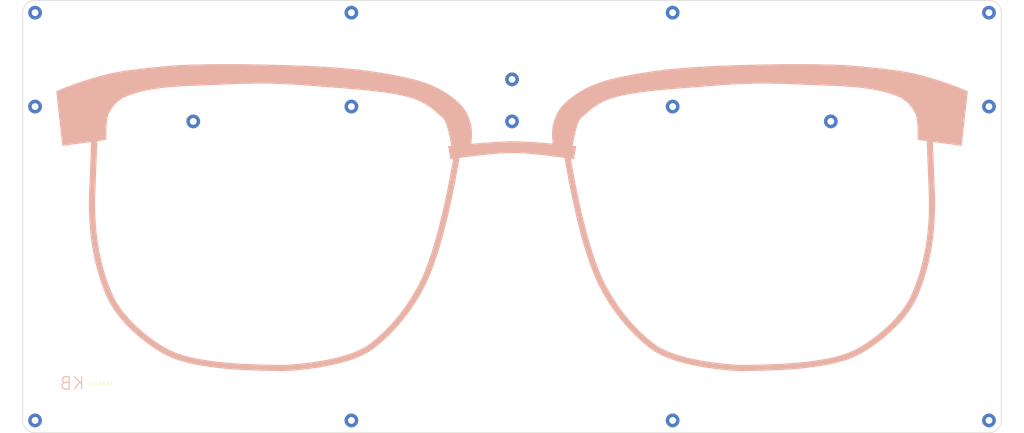
<source format=kicad_pcb>
(kicad_pcb (version 20171130) (host pcbnew "(5.1.7)-1")

  (general
    (thickness 1.6)
    (drawings 348)
    (tracks 0)
    (zones 0)
    (modules 16)
    (nets 1)
  )

  (page A4)
  (layers
    (0 F.Cu signal)
    (31 B.Cu signal)
    (32 B.Adhes user)
    (33 F.Adhes user)
    (34 B.Paste user)
    (35 F.Paste user)
    (36 B.SilkS user)
    (37 F.SilkS user)
    (38 B.Mask user)
    (39 F.Mask user)
    (40 Dwgs.User user)
    (41 Cmts.User user)
    (42 Eco1.User user)
    (43 Eco2.User user)
    (44 Edge.Cuts user)
    (45 Margin user)
    (46 B.CrtYd user)
    (47 F.CrtYd user)
    (48 B.Fab user)
    (49 F.Fab user)
  )

  (setup
    (last_trace_width 0.25)
    (user_trace_width 0.381)
    (trace_clearance 0.2)
    (zone_clearance 0.508)
    (zone_45_only no)
    (trace_min 0.2)
    (via_size 0.8)
    (via_drill 0.4)
    (via_min_size 0.4)
    (via_min_drill 0.3)
    (uvia_size 0.3)
    (uvia_drill 0.1)
    (uvias_allowed no)
    (uvia_min_size 0.2)
    (uvia_min_drill 0.1)
    (edge_width 0.05)
    (segment_width 0.2)
    (pcb_text_width 0.3)
    (pcb_text_size 1.5 1.5)
    (mod_edge_width 0.12)
    (mod_text_size 1 1)
    (mod_text_width 0.15)
    (pad_size 1.524 1.524)
    (pad_drill 0.762)
    (pad_to_mask_clearance 0)
    (aux_axis_origin 0 0)
    (visible_elements 7FFFEFFF)
    (pcbplotparams
      (layerselection 0x010f0_ffffffff)
      (usegerberextensions false)
      (usegerberattributes true)
      (usegerberadvancedattributes true)
      (creategerberjobfile true)
      (excludeedgelayer true)
      (linewidth 0.100000)
      (plotframeref false)
      (viasonmask false)
      (mode 1)
      (useauxorigin false)
      (hpglpennumber 1)
      (hpglpenspeed 20)
      (hpglpendiameter 15.000000)
      (psnegative false)
      (psa4output false)
      (plotreference true)
      (plotvalue true)
      (plotinvisibletext false)
      (padsonsilk false)
      (subtractmaskfromsilk false)
      (outputformat 1)
      (mirror false)
      (drillshape 0)
      (scaleselection 1)
      (outputdirectory "gerber"))
  )

  (net 0 "")

  (net_class Default "This is the default net class."
    (clearance 0.2)
    (trace_width 0.25)
    (via_dia 0.8)
    (via_drill 0.4)
    (uvia_dia 0.3)
    (uvia_drill 0.1)
  )

  (net_class Robust ""
    (clearance 0.25)
    (trace_width 0.25)
    (via_dia 0.8)
    (via_drill 0.4)
    (uvia_dia 0.3)
    (uvia_drill 0.1)
  )

  (module MountingHole:MountingHole_2.2mm_M2_Pad (layer F.Cu) (tedit 56D1B4CB) (tstamp 6030774C)
    (at 69.05625 -111.91875)
    (descr "Mounting Hole 2.2mm, M2")
    (tags "mounting hole 2.2mm m2")
    (attr virtual)
    (fp_text reference REF** (at 0 -3.2) (layer Dwgs.User)
      (effects (font (size 1 1) (thickness 0.15)))
    )
    (fp_text value MountingHole_2.2mm_M2_Pad (at 0 3.2) (layer F.Fab)
      (effects (font (size 1 1) (thickness 0.15)))
    )
    (fp_circle (center 0 0) (end 2.2 0) (layer Cmts.User) (width 0.15))
    (fp_circle (center 0 0) (end 2.45 0) (layer F.CrtYd) (width 0.05))
    (fp_text user %R (at 0.3 0) (layer F.Fab)
      (effects (font (size 1 1) (thickness 0.15)))
    )
    (pad 1 thru_hole circle (at 0 0) (size 4.4 4.4) (drill 2.2) (layers *.Cu *.Mask))
  )

  (module MountingHole:MountingHole_2.2mm_M2_Pad (layer F.Cu) (tedit 56D1B4CB) (tstamp 60307728)
    (at 171.45 -125.4125)
    (descr "Mounting Hole 2.2mm, M2")
    (tags "mounting hole 2.2mm m2")
    (attr virtual)
    (fp_text reference REF** (at 0 -3.2) (layer Dwgs.User)
      (effects (font (size 1 1) (thickness 0.15)))
    )
    (fp_text value MountingHole_2.2mm_M2_Pad (at 0 3.2) (layer F.Fab)
      (effects (font (size 1 1) (thickness 0.15)))
    )
    (fp_circle (center 0 0) (end 2.2 0) (layer Cmts.User) (width 0.15))
    (fp_circle (center 0 0) (end 2.45 0) (layer F.CrtYd) (width 0.05))
    (fp_text user %R (at 0.3 0) (layer F.Fab)
      (effects (font (size 1 1) (thickness 0.15)))
    )
    (pad 1 thru_hole circle (at 0 0) (size 4.4 4.4) (drill 2.2) (layers *.Cu *.Mask))
  )

  (module MountingHole:MountingHole_2.2mm_M2_Pad (layer F.Cu) (tedit 56D1B4CB) (tstamp 60307704)
    (at 171.45 -111.91875)
    (descr "Mounting Hole 2.2mm, M2")
    (tags "mounting hole 2.2mm m2")
    (attr virtual)
    (fp_text reference REF** (at 0 -3.2) (layer Dwgs.User)
      (effects (font (size 1 1) (thickness 0.15)))
    )
    (fp_text value MountingHole_2.2mm_M2_Pad (at 0 3.2) (layer F.Fab)
      (effects (font (size 1 1) (thickness 0.15)))
    )
    (fp_circle (center 0 0) (end 2.2 0) (layer Cmts.User) (width 0.15))
    (fp_circle (center 0 0) (end 2.45 0) (layer F.CrtYd) (width 0.05))
    (fp_text user %R (at 0.3 0) (layer F.Fab)
      (effects (font (size 1 1) (thickness 0.15)))
    )
    (pad 1 thru_hole circle (at 0 0) (size 4.4 4.4) (drill 2.2) (layers *.Cu *.Mask))
  )

  (module MountingHole:MountingHole_2.2mm_M2_Pad (layer F.Cu) (tedit 56D1B4CB) (tstamp 603076E0)
    (at 273.84375 -111.91875)
    (descr "Mounting Hole 2.2mm, M2")
    (tags "mounting hole 2.2mm m2")
    (attr virtual)
    (fp_text reference REF** (at 0 -3.2) (layer Dwgs.User)
      (effects (font (size 1 1) (thickness 0.15)))
    )
    (fp_text value MountingHole_2.2mm_M2_Pad (at 0 3.2) (layer F.Fab)
      (effects (font (size 1 1) (thickness 0.15)))
    )
    (fp_circle (center 0 0) (end 2.2 0) (layer Cmts.User) (width 0.15))
    (fp_circle (center 0 0) (end 2.45 0) (layer F.CrtYd) (width 0.05))
    (fp_text user %R (at 0.3 0) (layer F.Fab)
      (effects (font (size 1 1) (thickness 0.15)))
    )
    (pad 1 thru_hole circle (at 0 0) (size 4.4 4.4) (drill 2.2) (layers *.Cu *.Mask))
  )

  (module MountingHole:MountingHole_2.2mm_M2_Pad (layer F.Cu) (tedit 56D1B4CB) (tstamp 60307655)
    (at 223.04375 -146.84375)
    (descr "Mounting Hole 2.2mm, M2")
    (tags "mounting hole 2.2mm m2")
    (attr virtual)
    (fp_text reference REF** (at 0 -3.2) (layer Dwgs.User)
      (effects (font (size 1 1) (thickness 0.15)))
    )
    (fp_text value MountingHole_2.2mm_M2_Pad (at 0 3.2) (layer F.Fab)
      (effects (font (size 1 1) (thickness 0.15)))
    )
    (fp_circle (center 0 0) (end 2.2 0) (layer Cmts.User) (width 0.15))
    (fp_circle (center 0 0) (end 2.45 0) (layer F.CrtYd) (width 0.05))
    (fp_text user %R (at 0.3 0) (layer F.Fab)
      (effects (font (size 1 1) (thickness 0.15)))
    )
    (pad 1 thru_hole circle (at 0 0) (size 4.4 4.4) (drill 2.2) (layers *.Cu *.Mask))
  )

  (module MountingHole:MountingHole_2.2mm_M2_Pad (layer F.Cu) (tedit 56D1B4CB) (tstamp 60307631)
    (at 223.04375 -116.68125)
    (descr "Mounting Hole 2.2mm, M2")
    (tags "mounting hole 2.2mm m2")
    (attr virtual)
    (fp_text reference REF** (at 0 -3.2) (layer Dwgs.User)
      (effects (font (size 1 1) (thickness 0.15)))
    )
    (fp_text value MountingHole_2.2mm_M2_Pad (at 0 3.2) (layer F.Fab)
      (effects (font (size 1 1) (thickness 0.15)))
    )
    (fp_circle (center 0 0) (end 2.2 0) (layer Cmts.User) (width 0.15))
    (fp_circle (center 0 0) (end 2.45 0) (layer F.CrtYd) (width 0.05))
    (fp_text user %R (at 0.3 0) (layer F.Fab)
      (effects (font (size 1 1) (thickness 0.15)))
    )
    (pad 1 thru_hole circle (at 0 0) (size 4.4 4.4) (drill 2.2) (layers *.Cu *.Mask))
  )

  (module MountingHole:MountingHole_2.2mm_M2_Pad (layer F.Cu) (tedit 56D1B4CB) (tstamp 6030760D)
    (at 119.85625 -116.68125)
    (descr "Mounting Hole 2.2mm, M2")
    (tags "mounting hole 2.2mm m2")
    (attr virtual)
    (fp_text reference REF** (at 0 -3.2) (layer Dwgs.User)
      (effects (font (size 1 1) (thickness 0.15)))
    )
    (fp_text value MountingHole_2.2mm_M2_Pad (at 0 3.2) (layer F.Fab)
      (effects (font (size 1 1) (thickness 0.15)))
    )
    (fp_circle (center 0 0) (end 2.2 0) (layer Cmts.User) (width 0.15))
    (fp_circle (center 0 0) (end 2.45 0) (layer F.CrtYd) (width 0.05))
    (fp_text user %R (at 0.3 0) (layer F.Fab)
      (effects (font (size 1 1) (thickness 0.15)))
    )
    (pad 1 thru_hole circle (at 0 0) (size 4.4 4.4) (drill 2.2) (layers *.Cu *.Mask))
  )

  (module MountingHole:MountingHole_2.2mm_M2_Pad (layer F.Cu) (tedit 56D1B4CB) (tstamp 603075E9)
    (at 119.85625 -146.84375)
    (descr "Mounting Hole 2.2mm, M2")
    (tags "mounting hole 2.2mm m2")
    (attr virtual)
    (fp_text reference REF** (at 0 -3.2) (layer Dwgs.User)
      (effects (font (size 1 1) (thickness 0.15)))
    )
    (fp_text value MountingHole_2.2mm_M2_Pad (at 0 3.2) (layer F.Fab)
      (effects (font (size 1 1) (thickness 0.15)))
    )
    (fp_circle (center 0 0) (end 2.2 0) (layer Cmts.User) (width 0.15))
    (fp_circle (center 0 0) (end 2.45 0) (layer F.CrtYd) (width 0.05))
    (fp_text user %R (at 0.3 0) (layer F.Fab)
      (effects (font (size 1 1) (thickness 0.15)))
    )
    (pad 1 thru_hole circle (at 0 0) (size 4.4 4.4) (drill 2.2) (layers *.Cu *.Mask))
  )

  (module MountingHole:MountingHole_2.2mm_M2_Pad (layer F.Cu) (tedit 56D1B4CB) (tstamp 603075C5)
    (at 18.25625 -146.84375)
    (descr "Mounting Hole 2.2mm, M2")
    (tags "mounting hole 2.2mm m2")
    (attr virtual)
    (fp_text reference REF** (at 0 -3.2) (layer Dwgs.User)
      (effects (font (size 1 1) (thickness 0.15)))
    )
    (fp_text value MountingHole_2.2mm_M2_Pad (at 0 3.2) (layer F.Fab)
      (effects (font (size 1 1) (thickness 0.15)))
    )
    (fp_circle (center 0 0) (end 2.2 0) (layer Cmts.User) (width 0.15))
    (fp_circle (center 0 0) (end 2.45 0) (layer F.CrtYd) (width 0.05))
    (fp_text user %R (at 0.3 0) (layer F.Fab)
      (effects (font (size 1 1) (thickness 0.15)))
    )
    (pad 1 thru_hole circle (at 0 0) (size 4.4 4.4) (drill 2.2) (layers *.Cu *.Mask))
  )

  (module MountingHole:MountingHole_2.2mm_M2_Pad (layer F.Cu) (tedit 56D1B4CB) (tstamp 603075A1)
    (at 18.25625 -116.68125)
    (descr "Mounting Hole 2.2mm, M2")
    (tags "mounting hole 2.2mm m2")
    (attr virtual)
    (fp_text reference REF** (at 0 -3.2) (layer Dwgs.User)
      (effects (font (size 1 1) (thickness 0.15)))
    )
    (fp_text value MountingHole_2.2mm_M2_Pad (at 0 3.2) (layer F.Fab)
      (effects (font (size 1 1) (thickness 0.15)))
    )
    (fp_circle (center 0 0) (end 2.2 0) (layer Cmts.User) (width 0.15))
    (fp_circle (center 0 0) (end 2.45 0) (layer F.CrtYd) (width 0.05))
    (fp_text user %R (at 0.3 0) (layer F.Fab)
      (effects (font (size 1 1) (thickness 0.15)))
    )
    (pad 1 thru_hole circle (at 0 0) (size 4.4 4.4) (drill 2.2) (layers *.Cu *.Mask))
  )

  (module MountingHole:MountingHole_2.2mm_M2_Pad (layer F.Cu) (tedit 56D1B4CB) (tstamp 6030757C)
    (at 18.25625 -15.875)
    (descr "Mounting Hole 2.2mm, M2")
    (tags "mounting hole 2.2mm m2")
    (attr virtual)
    (fp_text reference REF** (at 0 -3.2) (layer Dwgs.User)
      (effects (font (size 1 1) (thickness 0.15)))
    )
    (fp_text value MountingHole_2.2mm_M2_Pad (at 0 3.2) (layer F.Fab)
      (effects (font (size 1 1) (thickness 0.15)))
    )
    (fp_circle (center 0 0) (end 2.2 0) (layer Cmts.User) (width 0.15))
    (fp_circle (center 0 0) (end 2.45 0) (layer F.CrtYd) (width 0.05))
    (fp_text user %R (at 0.3 0) (layer F.Fab)
      (effects (font (size 1 1) (thickness 0.15)))
    )
    (pad 1 thru_hole circle (at 0 0) (size 4.4 4.4) (drill 2.2) (layers *.Cu *.Mask))
  )

  (module MountingHole:MountingHole_2.2mm_M2_Pad (layer F.Cu) (tedit 56D1B4CB) (tstamp 6030753C)
    (at 119.85625 -15.875)
    (descr "Mounting Hole 2.2mm, M2")
    (tags "mounting hole 2.2mm m2")
    (attr virtual)
    (fp_text reference REF** (at 0 -3.2) (layer Dwgs.User)
      (effects (font (size 1 1) (thickness 0.15)))
    )
    (fp_text value MountingHole_2.2mm_M2_Pad (at 0 3.2) (layer F.Fab)
      (effects (font (size 1 1) (thickness 0.15)))
    )
    (fp_circle (center 0 0) (end 2.2 0) (layer Cmts.User) (width 0.15))
    (fp_circle (center 0 0) (end 2.45 0) (layer F.CrtYd) (width 0.05))
    (fp_text user %R (at 0.3 0) (layer F.Fab)
      (effects (font (size 1 1) (thickness 0.15)))
    )
    (pad 1 thru_hole circle (at 0 0) (size 4.4 4.4) (drill 2.2) (layers *.Cu *.Mask))
  )

  (module MountingHole:MountingHole_2.2mm_M2_Pad (layer F.Cu) (tedit 56D1B4CB) (tstamp 60307518)
    (at 223.04375 -15.875)
    (descr "Mounting Hole 2.2mm, M2")
    (tags "mounting hole 2.2mm m2")
    (attr virtual)
    (fp_text reference REF** (at 0 -3.2) (layer Dwgs.User)
      (effects (font (size 1 1) (thickness 0.15)))
    )
    (fp_text value MountingHole_2.2mm_M2_Pad (at 0 3.2) (layer F.Fab)
      (effects (font (size 1 1) (thickness 0.15)))
    )
    (fp_circle (center 0 0) (end 2.2 0) (layer Cmts.User) (width 0.15))
    (fp_circle (center 0 0) (end 2.45 0) (layer F.CrtYd) (width 0.05))
    (fp_text user %R (at 0.3 0) (layer F.Fab)
      (effects (font (size 1 1) (thickness 0.15)))
    )
    (pad 1 thru_hole circle (at 0 0) (size 4.4 4.4) (drill 2.2) (layers *.Cu *.Mask))
  )

  (module MountingHole:MountingHole_2.2mm_M2_Pad (layer F.Cu) (tedit 56D1B4CB) (tstamp 603074F3)
    (at 324.64375 -15.875)
    (descr "Mounting Hole 2.2mm, M2")
    (tags "mounting hole 2.2mm m2")
    (attr virtual)
    (fp_text reference REF** (at 0 -3.2) (layer Dwgs.User)
      (effects (font (size 1 1) (thickness 0.15)))
    )
    (fp_text value MountingHole_2.2mm_M2_Pad (at 0 3.2) (layer F.Fab)
      (effects (font (size 1 1) (thickness 0.15)))
    )
    (fp_circle (center 0 0) (end 2.2 0) (layer Cmts.User) (width 0.15))
    (fp_circle (center 0 0) (end 2.45 0) (layer F.CrtYd) (width 0.05))
    (fp_text user %R (at 0.3 0) (layer F.Fab)
      (effects (font (size 1 1) (thickness 0.15)))
    )
    (pad 1 thru_hole circle (at 0 0) (size 4.4 4.4) (drill 2.2) (layers *.Cu *.Mask))
  )

  (module MountingHole:MountingHole_2.2mm_M2_Pad (layer F.Cu) (tedit 56D1B4CB) (tstamp 603074AB)
    (at 324.64375 -116.68125)
    (descr "Mounting Hole 2.2mm, M2")
    (tags "mounting hole 2.2mm m2")
    (attr virtual)
    (fp_text reference REF** (at 0 -3.2) (layer Dwgs.User)
      (effects (font (size 1 1) (thickness 0.15)))
    )
    (fp_text value MountingHole_2.2mm_M2_Pad (at 0 3.2) (layer F.Fab)
      (effects (font (size 1 1) (thickness 0.15)))
    )
    (fp_circle (center 0 0) (end 2.2 0) (layer Cmts.User) (width 0.15))
    (fp_circle (center 0 0) (end 2.45 0) (layer F.CrtYd) (width 0.05))
    (fp_text user %R (at 0.3 0) (layer F.Fab)
      (effects (font (size 1 1) (thickness 0.15)))
    )
    (pad 1 thru_hole circle (at 0 0) (size 4.4 4.4) (drill 2.2) (layers *.Cu *.Mask))
  )

  (module MountingHole:MountingHole_2.2mm_M2_Pad (layer F.Cu) (tedit 56D1B4CB) (tstamp 6030746B)
    (at 324.64375 -146.84375)
    (descr "Mounting Hole 2.2mm, M2")
    (tags "mounting hole 2.2mm m2")
    (attr virtual)
    (fp_text reference REF** (at 0 -3.2) (layer Dwgs.User)
      (effects (font (size 1 1) (thickness 0.15)))
    )
    (fp_text value MountingHole_2.2mm_M2_Pad (at 0 3.2) (layer F.Fab)
      (effects (font (size 1 1) (thickness 0.15)))
    )
    (fp_circle (center 0 0) (end 2.2 0) (layer Cmts.User) (width 0.15))
    (fp_circle (center 0 0) (end 2.45 0) (layer F.CrtYd) (width 0.05))
    (fp_text user %R (at 0.3 0) (layer F.Fab)
      (effects (font (size 1 1) (thickness 0.15)))
    )
    (pad 1 thru_hole circle (at 0 0) (size 4.4 4.4) (drill 2.2) (layers *.Cu *.Mask))
  )

  (gr_text JLCJLCJLC (at 39.6875 -27.78125) (layer F.SilkS)
    (effects (font (size 1 1) (thickness 0.15)))
  )
  (gr_line (start 69.05625 -113.01875) (end 69.05625 -113.01875) (layer Cmts.User) (width 0.2))
  (gr_line (start 171.45 -126.5125) (end 171.45 -126.5125) (layer Cmts.User) (width 0.2))
  (gr_curve (pts (xy 69.834067 -112.696567) (xy 69.627777 -112.902857) (xy 69.347988 -113.01875) (xy 69.05625 -113.01875)) (layer Cmts.User) (width 0.2))
  (gr_curve (pts (xy 70.15625 -111.91875) (xy 70.15625 -112.210488) (xy 70.040357 -112.490277) (xy 69.834067 -112.696567)) (layer Cmts.User) (width 0.2))
  (gr_curve (pts (xy 69.05625 -110.81875) (xy 69.663763 -110.81875) (xy 70.15625 -111.311237) (xy 70.15625 -111.91875)) (layer Cmts.User) (width 0.2))
  (gr_curve (pts (xy 67.95625 -111.91875) (xy 67.95625 -111.311237) (xy 68.448737 -110.81875) (xy 69.05625 -110.81875)) (layer Cmts.User) (width 0.2))
  (gr_curve (pts (xy 69.05625 -113.01875) (xy 68.448737 -113.01875) (xy 67.95625 -112.526263) (xy 67.95625 -111.91875)) (layer Cmts.User) (width 0.2))
  (gr_line (start 171.450243 -113.01875) (end 171.450243 -113.01875) (layer Cmts.User) (width 0.2))
  (gr_curve (pts (xy 172.227817 -126.190317) (xy 172.021527 -126.396607) (xy 171.741738 -126.5125) (xy 171.45 -126.5125)) (layer Cmts.User) (width 0.2))
  (gr_curve (pts (xy 172.55 -125.4125) (xy 172.55 -125.704238) (xy 172.434107 -125.984027) (xy 172.227817 -126.190317)) (layer Cmts.User) (width 0.2))
  (gr_curve (pts (xy 171.870952 -124.396232) (xy 172.281994 -124.566491) (xy 172.55 -124.967591) (xy 172.55 -125.4125)) (layer Cmts.User) (width 0.2))
  (gr_curve (pts (xy 170.672183 -124.634682) (xy 170.98678 -124.320085) (xy 171.45991 -124.225973) (xy 171.870952 -124.396232)) (layer Cmts.User) (width 0.2))
  (gr_curve (pts (xy 170.433733 -125.833452) (xy 170.263473 -125.42241) (xy 170.357585 -124.94928) (xy 170.672183 -124.634682)) (layer Cmts.User) (width 0.2))
  (gr_curve (pts (xy 171.45 -126.5125) (xy 171.005092 -126.5125) (xy 170.603992 -126.244493) (xy 170.433733 -125.833452)) (layer Cmts.User) (width 0.2))
  (gr_line (start 273.84375 -113.01875) (end 273.84375 -113.01875) (layer Cmts.User) (width 0.2))
  (gr_curve (pts (xy 172.228061 -112.696567) (xy 172.021771 -112.902857) (xy 171.741982 -113.01875) (xy 171.450243 -113.01875)) (layer Cmts.User) (width 0.2))
  (gr_curve (pts (xy 172.550243 -111.91875) (xy 172.550243 -112.210488) (xy 172.434351 -112.490277) (xy 172.228061 -112.696567)) (layer Cmts.User) (width 0.2))
  (gr_curve (pts (xy 171.871195 -110.902482) (xy 172.282237 -111.072741) (xy 172.550243 -111.473841) (xy 172.550243 -111.91875)) (layer Cmts.User) (width 0.2))
  (gr_curve (pts (xy 170.672426 -111.140932) (xy 170.987024 -110.826335) (xy 171.460153 -110.732223) (xy 171.871195 -110.902482)) (layer Cmts.User) (width 0.2))
  (gr_curve (pts (xy 170.433976 -112.339702) (xy 170.263717 -111.92866) (xy 170.357828 -111.45553) (xy 170.672426 -111.140932)) (layer Cmts.User) (width 0.2))
  (gr_curve (pts (xy 171.450243 -113.01875) (xy 171.005335 -113.01875) (xy 170.604235 -112.750743) (xy 170.433976 -112.339702)) (layer Cmts.User) (width 0.2))
  (gr_line (start 223.04375 -117.781251) (end 223.04375 -117.781251) (layer Cmts.User) (width 0.2))
  (gr_curve (pts (xy 274.621567 -112.696567) (xy 274.415277 -112.902857) (xy 274.135488 -113.01875) (xy 273.84375 -113.01875)) (layer Cmts.User) (width 0.2))
  (gr_curve (pts (xy 274.94375 -111.91875) (xy 274.94375 -112.210488) (xy 274.827857 -112.490277) (xy 274.621567 -112.696567)) (layer Cmts.User) (width 0.2))
  (gr_curve (pts (xy 274.264702 -110.902482) (xy 274.675744 -111.072741) (xy 274.94375 -111.473841) (xy 274.94375 -111.91875)) (layer Cmts.User) (width 0.2))
  (gr_curve (pts (xy 273.065933 -111.140932) (xy 273.38053 -110.826335) (xy 273.85366 -110.732223) (xy 274.264702 -110.902482)) (layer Cmts.User) (width 0.2))
  (gr_curve (pts (xy 272.827483 -112.339702) (xy 272.657223 -111.92866) (xy 272.751335 -111.45553) (xy 273.065933 -111.140932)) (layer Cmts.User) (width 0.2))
  (gr_curve (pts (xy 273.84375 -113.01875) (xy 273.398842 -113.01875) (xy 272.997742 -112.750743) (xy 272.827483 -112.339702)) (layer Cmts.User) (width 0.2))
  (gr_line (start 119.856726 -117.781251) (end 119.856726 -117.781251) (layer Cmts.User) (width 0.2))
  (gr_curve (pts (xy 223.821567 -117.459068) (xy 223.615277 -117.665358) (xy 223.335488 -117.781251) (xy 223.04375 -117.781251)) (layer Cmts.User) (width 0.2))
  (gr_curve (pts (xy 224.14375 -116.681251) (xy 224.14375 -116.972989) (xy 224.027857 -117.252778) (xy 223.821567 -117.459068)) (layer Cmts.User) (width 0.2))
  (gr_curve (pts (xy 223.464702 -115.664983) (xy 223.875744 -115.835243) (xy 224.14375 -116.236342) (xy 224.14375 -116.681251)) (layer Cmts.User) (width 0.2))
  (gr_curve (pts (xy 222.265933 -115.903433) (xy 222.58053 -115.588836) (xy 223.05366 -115.494724) (xy 223.464702 -115.664983)) (layer Cmts.User) (width 0.2))
  (gr_curve (pts (xy 222.027483 -117.102203) (xy 221.857223 -116.691161) (xy 221.951335 -116.218031) (xy 222.265933 -115.903433)) (layer Cmts.User) (width 0.2))
  (gr_curve (pts (xy 223.04375 -117.781251) (xy 222.598842 -117.781251) (xy 222.197742 -117.513244) (xy 222.027483 -117.102203)) (layer Cmts.User) (width 0.2))
  (gr_line (start 18.25625 -147.94375) (end 18.25625 -147.94375) (layer Cmts.User) (width 0.2))
  (gr_curve (pts (xy 120.634544 -117.459068) (xy 120.428254 -117.665358) (xy 120.148464 -117.781251) (xy 119.856726 -117.781251)) (layer Cmts.User) (width 0.2))
  (gr_curve (pts (xy 120.956726 -116.681251) (xy 120.956726 -116.972989) (xy 120.840834 -117.252778) (xy 120.634544 -117.459068)) (layer Cmts.User) (width 0.2))
  (gr_curve (pts (xy 120.277678 -115.664983) (xy 120.68872 -115.835243) (xy 120.956726 -116.236342) (xy 120.956726 -116.681251)) (layer Cmts.User) (width 0.2))
  (gr_curve (pts (xy 119.078909 -115.903433) (xy 119.393507 -115.588836) (xy 119.866636 -115.494724) (xy 120.277678 -115.664983)) (layer Cmts.User) (width 0.2))
  (gr_curve (pts (xy 118.840459 -117.102203) (xy 118.6702 -116.691161) (xy 118.764311 -116.218031) (xy 119.078909 -115.903433)) (layer Cmts.User) (width 0.2))
  (gr_curve (pts (xy 119.856726 -117.781251) (xy 119.411818 -117.781251) (xy 119.010718 -117.513244) (xy 118.840459 -117.102203)) (layer Cmts.User) (width 0.2))
  (gr_line (start 324.64375 -147.94375) (end 324.64375 -147.94375) (layer Cmts.User) (width 0.2))
  (gr_curve (pts (xy 19.034067 -147.621568) (xy 18.827777 -147.827858) (xy 18.547988 -147.94375) (xy 18.25625 -147.94375)) (layer Cmts.User) (width 0.2))
  (gr_curve (pts (xy 19.35625 -146.84375) (xy 19.35625 -147.135488) (xy 19.240357 -147.415278) (xy 19.034067 -147.621568)) (layer Cmts.User) (width 0.2))
  (gr_curve (pts (xy 18.677202 -145.827483) (xy 19.088244 -145.997742) (xy 19.35625 -146.398842) (xy 19.35625 -146.84375)) (layer Cmts.User) (width 0.2))
  (gr_curve (pts (xy 17.478433 -146.065933) (xy 17.79303 -145.751335) (xy 18.26616 -145.657224) (xy 18.677202 -145.827483)) (layer Cmts.User) (width 0.2))
  (gr_curve (pts (xy 17.239983 -147.264702) (xy 17.069723 -146.85366) (xy 17.163835 -146.38053) (xy 17.478433 -146.065933)) (layer Cmts.User) (width 0.2))
  (gr_curve (pts (xy 18.25625 -147.94375) (xy 17.811342 -147.94375) (xy 17.410242 -147.675744) (xy 17.239983 -147.264702)) (layer Cmts.User) (width 0.2))
  (gr_line (start 119.85625 -147.94375) (end 119.85625 -147.94375) (layer Cmts.User) (width 0.2))
  (gr_curve (pts (xy 325.421567 -147.621568) (xy 325.215277 -147.827858) (xy 324.935488 -147.94375) (xy 324.64375 -147.94375)) (layer Cmts.User) (width 0.2))
  (gr_curve (pts (xy 325.74375 -146.84375) (xy 325.74375 -147.135488) (xy 325.627857 -147.415278) (xy 325.421567 -147.621568)) (layer Cmts.User) (width 0.2))
  (gr_curve (pts (xy 325.064702 -145.827483) (xy 325.475744 -145.997742) (xy 325.74375 -146.398842) (xy 325.74375 -146.84375)) (layer Cmts.User) (width 0.2))
  (gr_curve (pts (xy 323.865933 -146.065933) (xy 324.18053 -145.751335) (xy 324.65366 -145.657224) (xy 325.064702 -145.827483)) (layer Cmts.User) (width 0.2))
  (gr_curve (pts (xy 323.627483 -147.264702) (xy 323.457223 -146.85366) (xy 323.551335 -146.38053) (xy 323.865933 -146.065933)) (layer Cmts.User) (width 0.2))
  (gr_curve (pts (xy 324.64375 -147.94375) (xy 324.198842 -147.94375) (xy 323.797742 -147.675744) (xy 323.627483 -147.264702)) (layer Cmts.User) (width 0.2))
  (gr_line (start 223.04375 -147.94375) (end 223.04375 -147.94375) (layer Cmts.User) (width 0.2))
  (gr_curve (pts (xy 120.634067 -147.621568) (xy 120.427777 -147.827858) (xy 120.147988 -147.94375) (xy 119.85625 -147.94375)) (layer Cmts.User) (width 0.2))
  (gr_curve (pts (xy 120.95625 -146.84375) (xy 120.95625 -147.135488) (xy 120.840357 -147.415278) (xy 120.634067 -147.621568)) (layer Cmts.User) (width 0.2))
  (gr_curve (pts (xy 120.277202 -145.827483) (xy 120.688244 -145.997742) (xy 120.95625 -146.398842) (xy 120.95625 -146.84375)) (layer Cmts.User) (width 0.2))
  (gr_curve (pts (xy 119.078433 -146.065933) (xy 119.39303 -145.751335) (xy 119.86616 -145.657224) (xy 120.277202 -145.827483)) (layer Cmts.User) (width 0.2))
  (gr_curve (pts (xy 118.839983 -147.264702) (xy 118.669723 -146.85366) (xy 118.763835 -146.38053) (xy 119.078433 -146.065933)) (layer Cmts.User) (width 0.2))
  (gr_curve (pts (xy 119.85625 -147.94375) (xy 119.411342 -147.94375) (xy 119.010242 -147.675744) (xy 118.839983 -147.264702)) (layer Cmts.User) (width 0.2))
  (gr_line (start 223.04375 -16.974998) (end 223.04375 -16.974998) (layer Cmts.User) (width 0.2))
  (gr_curve (pts (xy 223.821567 -147.621568) (xy 223.615277 -147.827858) (xy 223.335488 -147.94375) (xy 223.04375 -147.94375)) (layer Cmts.User) (width 0.2))
  (gr_curve (pts (xy 224.14375 -146.84375) (xy 224.14375 -147.135488) (xy 224.027857 -147.415278) (xy 223.821567 -147.621568)) (layer Cmts.User) (width 0.2))
  (gr_curve (pts (xy 223.464702 -145.827483) (xy 223.875744 -145.997742) (xy 224.14375 -146.398842) (xy 224.14375 -146.84375)) (layer Cmts.User) (width 0.2))
  (gr_curve (pts (xy 222.265933 -146.065933) (xy 222.58053 -145.751335) (xy 223.05366 -145.657224) (xy 223.464702 -145.827483)) (layer Cmts.User) (width 0.2))
  (gr_curve (pts (xy 222.027483 -147.264702) (xy 221.857223 -146.85366) (xy 221.951335 -146.38053) (xy 222.265933 -146.065933)) (layer Cmts.User) (width 0.2))
  (gr_curve (pts (xy 223.04375 -147.94375) (xy 222.598842 -147.94375) (xy 222.197742 -147.675744) (xy 222.027483 -147.264702)) (layer Cmts.User) (width 0.2))
  (gr_line (start 119.85625 -16.974998) (end 119.85625 -16.974998) (layer Cmts.User) (width 0.2))
  (gr_curve (pts (xy 223.821567 -16.652816) (xy 223.615277 -16.859106) (xy 223.335488 -16.974998) (xy 223.04375 -16.974998)) (layer Cmts.User) (width 0.2))
  (gr_curve (pts (xy 224.14375 -15.874998) (xy 224.14375 -16.166736) (xy 224.027857 -16.446525) (xy 223.821567 -16.652816)) (layer Cmts.User) (width 0.2))
  (gr_curve (pts (xy 223.464702 -14.858731) (xy 223.875744 -15.02899) (xy 224.14375 -15.43009) (xy 224.14375 -15.874998)) (layer Cmts.User) (width 0.2))
  (gr_curve (pts (xy 222.265933 -15.097181) (xy 222.58053 -14.782583) (xy 223.05366 -14.688472) (xy 223.464702 -14.858731)) (layer Cmts.User) (width 0.2))
  (gr_curve (pts (xy 222.027483 -16.29595) (xy 221.857223 -15.884908) (xy 221.951335 -15.411779) (xy 222.265933 -15.097181)) (layer Cmts.User) (width 0.2))
  (gr_curve (pts (xy 223.04375 -16.974998) (xy 222.598842 -16.974998) (xy 222.197742 -16.706992) (xy 222.027483 -16.29595)) (layer Cmts.User) (width 0.2))
  (gr_line (start 18.286701 -117.781251) (end 18.286701 -117.781251) (layer Cmts.User) (width 0.2))
  (gr_curve (pts (xy 120.634067 -16.652816) (xy 120.427777 -16.859106) (xy 120.147988 -16.974998) (xy 119.85625 -16.974998)) (layer Cmts.User) (width 0.2))
  (gr_curve (pts (xy 120.95625 -15.874998) (xy 120.95625 -16.166736) (xy 120.840357 -16.446525) (xy 120.634067 -16.652816)) (layer Cmts.User) (width 0.2))
  (gr_curve (pts (xy 120.277202 -14.858731) (xy 120.688244 -15.02899) (xy 120.95625 -15.43009) (xy 120.95625 -15.874998)) (layer Cmts.User) (width 0.2))
  (gr_curve (pts (xy 119.078433 -15.097181) (xy 119.39303 -14.782583) (xy 119.86616 -14.688472) (xy 120.277202 -14.858731)) (layer Cmts.User) (width 0.2))
  (gr_curve (pts (xy 118.839983 -16.29595) (xy 118.669723 -15.884908) (xy 118.763835 -15.411779) (xy 119.078433 -15.097181)) (layer Cmts.User) (width 0.2))
  (gr_curve (pts (xy 119.85625 -16.974998) (xy 119.411342 -16.974998) (xy 119.010242 -16.706992) (xy 118.839983 -16.29595)) (layer Cmts.User) (width 0.2))
  (gr_line (start 18.25625 -16.974998) (end 18.25625 -16.974998) (layer Cmts.User) (width 0.2))
  (gr_curve (pts (xy 19.386701 -116.681251) (xy 19.386701 -117.288764) (xy 18.894214 -117.781251) (xy 18.286701 -117.781251)) (layer Cmts.User) (width 0.2))
  (gr_curve (pts (xy 18.707652 -115.664983) (xy 19.118694 -115.835243) (xy 19.386701 -116.236342) (xy 19.386701 -116.681251)) (layer Cmts.User) (width 0.2))
  (gr_curve (pts (xy 17.508883 -115.903433) (xy 17.823481 -115.588836) (xy 18.296611 -115.494724) (xy 18.707652 -115.664983)) (layer Cmts.User) (width 0.2))
  (gr_curve (pts (xy 17.270433 -117.102203) (xy 17.100174 -116.691161) (xy 17.194285 -116.218031) (xy 17.508883 -115.903433)) (layer Cmts.User) (width 0.2))
  (gr_curve (pts (xy 18.286701 -117.781251) (xy 17.841792 -117.781251) (xy 17.440692 -117.513244) (xy 17.270433 -117.102203)) (layer Cmts.User) (width 0.2))
  (gr_line (start 324.64375 -16.974998) (end 324.64375 -16.974998) (layer Cmts.User) (width 0.2))
  (gr_curve (pts (xy 19.034067 -16.652816) (xy 18.827777 -16.859106) (xy 18.547988 -16.974998) (xy 18.25625 -16.974998)) (layer Cmts.User) (width 0.2))
  (gr_curve (pts (xy 19.35625 -15.874998) (xy 19.35625 -16.166736) (xy 19.240357 -16.446525) (xy 19.034067 -16.652816)) (layer Cmts.User) (width 0.2))
  (gr_curve (pts (xy 18.677202 -14.858731) (xy 19.088244 -15.02899) (xy 19.35625 -15.43009) (xy 19.35625 -15.874998)) (layer Cmts.User) (width 0.2))
  (gr_curve (pts (xy 17.478433 -15.097181) (xy 17.79303 -14.782583) (xy 18.26616 -14.688472) (xy 18.677202 -14.858731)) (layer Cmts.User) (width 0.2))
  (gr_curve (pts (xy 17.239983 -16.29595) (xy 17.069723 -15.884908) (xy 17.163835 -15.411779) (xy 17.478433 -15.097181)) (layer Cmts.User) (width 0.2))
  (gr_curve (pts (xy 18.25625 -16.974998) (xy 17.811342 -16.974998) (xy 17.410242 -16.706992) (xy 17.239983 -16.29595)) (layer Cmts.User) (width 0.2))
  (gr_line (start 324.64375 -117.781251) (end 324.64375 -117.781251) (layer Cmts.User) (width 0.2))
  (gr_curve (pts (xy 325.421567 -16.652816) (xy 325.215277 -16.859106) (xy 324.935488 -16.974998) (xy 324.64375 -16.974998)) (layer Cmts.User) (width 0.2))
  (gr_curve (pts (xy 325.74375 -15.874998) (xy 325.74375 -16.166736) (xy 325.627857 -16.446525) (xy 325.421567 -16.652816)) (layer Cmts.User) (width 0.2))
  (gr_curve (pts (xy 325.064702 -14.858731) (xy 325.475744 -15.02899) (xy 325.74375 -15.43009) (xy 325.74375 -15.874998)) (layer Cmts.User) (width 0.2))
  (gr_curve (pts (xy 323.865933 -15.097181) (xy 324.18053 -14.782583) (xy 324.65366 -14.688472) (xy 325.064702 -14.858731)) (layer Cmts.User) (width 0.2))
  (gr_curve (pts (xy 323.627483 -16.29595) (xy 323.457223 -15.884908) (xy 323.551335 -15.411779) (xy 323.865933 -15.097181)) (layer Cmts.User) (width 0.2))
  (gr_curve (pts (xy 324.64375 -16.974998) (xy 324.198842 -16.974998) (xy 323.797742 -16.706992) (xy 323.627483 -16.29595)) (layer Cmts.User) (width 0.2))
  (gr_curve (pts (xy 325.421567 -117.459068) (xy 325.215277 -117.665358) (xy 324.935488 -117.781251) (xy 324.64375 -117.781251)) (layer Cmts.User) (width 0.2))
  (gr_curve (pts (xy 325.74375 -116.681251) (xy 325.74375 -116.972989) (xy 325.627857 -117.252778) (xy 325.421567 -117.459068)) (layer Cmts.User) (width 0.2))
  (gr_curve (pts (xy 325.064702 -115.664983) (xy 325.475744 -115.835243) (xy 325.74375 -116.236342) (xy 325.74375 -116.681251)) (layer Cmts.User) (width 0.2))
  (gr_curve (pts (xy 323.865933 -115.903433) (xy 324.18053 -115.588836) (xy 324.65366 -115.494724) (xy 325.064702 -115.664983)) (layer Cmts.User) (width 0.2))
  (gr_curve (pts (xy 323.627483 -117.102203) (xy 323.457223 -116.691161) (xy 323.551335 -116.218031) (xy 323.865933 -115.903433)) (layer Cmts.User) (width 0.2))
  (gr_curve (pts (xy 324.64375 -117.781251) (xy 324.198842 -117.781251) (xy 323.797742 -117.513244) (xy 323.627483 -117.102203)) (layer Cmts.User) (width 0.2))
  (gr_line (start 223.04375 -117.781251) (end 223.04375 -117.781251) (layer Cmts.User) (width 0.2))
  (gr_line (start 119.856726 -117.781251) (end 119.856726 -117.781251) (layer Cmts.User) (width 0.2))
  (gr_curve (pts (xy 223.821567 -117.459068) (xy 223.615277 -117.665358) (xy 223.335488 -117.781251) (xy 223.04375 -117.781251)) (layer Cmts.User) (width 0.2))
  (gr_curve (pts (xy 224.14375 -116.681251) (xy 224.14375 -116.972989) (xy 224.027857 -117.252778) (xy 223.821567 -117.459068)) (layer Cmts.User) (width 0.2))
  (gr_curve (pts (xy 223.464702 -115.664983) (xy 223.875744 -115.835243) (xy 224.14375 -116.236342) (xy 224.14375 -116.681251)) (layer Cmts.User) (width 0.2))
  (gr_curve (pts (xy 222.265933 -115.903433) (xy 222.58053 -115.588836) (xy 223.05366 -115.494724) (xy 223.464702 -115.664983)) (layer Cmts.User) (width 0.2))
  (gr_curve (pts (xy 222.027483 -117.102203) (xy 221.857223 -116.691161) (xy 221.951335 -116.218031) (xy 222.265933 -115.903433)) (layer Cmts.User) (width 0.2))
  (gr_curve (pts (xy 223.04375 -117.781251) (xy 222.598842 -117.781251) (xy 222.197742 -117.513244) (xy 222.027483 -117.102203)) (layer Cmts.User) (width 0.2))
  (gr_line (start 18.25625 -147.94375) (end 18.25625 -147.94375) (layer Cmts.User) (width 0.2))
  (gr_curve (pts (xy 120.634544 -117.459068) (xy 120.428254 -117.665358) (xy 120.148464 -117.781251) (xy 119.856726 -117.781251)) (layer Cmts.User) (width 0.2))
  (gr_curve (pts (xy 120.956726 -116.681251) (xy 120.956726 -116.972989) (xy 120.840834 -117.252778) (xy 120.634544 -117.459068)) (layer Cmts.User) (width 0.2))
  (gr_curve (pts (xy 120.277678 -115.664983) (xy 120.68872 -115.835243) (xy 120.956726 -116.236342) (xy 120.956726 -116.681251)) (layer Cmts.User) (width 0.2))
  (gr_curve (pts (xy 119.078909 -115.903433) (xy 119.393507 -115.588836) (xy 119.866636 -115.494724) (xy 120.277678 -115.664983)) (layer Cmts.User) (width 0.2))
  (gr_curve (pts (xy 118.840459 -117.102203) (xy 118.6702 -116.691161) (xy 118.764311 -116.218031) (xy 119.078909 -115.903433)) (layer Cmts.User) (width 0.2))
  (gr_curve (pts (xy 119.856726 -117.781251) (xy 119.411818 -117.781251) (xy 119.010718 -117.513244) (xy 118.840459 -117.102203)) (layer Cmts.User) (width 0.2))
  (gr_line (start 324.64375 -147.94375) (end 324.64375 -147.94375) (layer Cmts.User) (width 0.2))
  (gr_curve (pts (xy 19.034067 -147.621568) (xy 18.827777 -147.827858) (xy 18.547988 -147.94375) (xy 18.25625 -147.94375)) (layer Cmts.User) (width 0.2))
  (gr_curve (pts (xy 19.35625 -146.84375) (xy 19.35625 -147.135488) (xy 19.240357 -147.415278) (xy 19.034067 -147.621568)) (layer Cmts.User) (width 0.2))
  (gr_curve (pts (xy 18.677202 -145.827483) (xy 19.088244 -145.997742) (xy 19.35625 -146.398842) (xy 19.35625 -146.84375)) (layer Cmts.User) (width 0.2))
  (gr_curve (pts (xy 17.478433 -146.065933) (xy 17.79303 -145.751335) (xy 18.26616 -145.657224) (xy 18.677202 -145.827483)) (layer Cmts.User) (width 0.2))
  (gr_curve (pts (xy 17.239983 -147.264702) (xy 17.069723 -146.85366) (xy 17.163835 -146.38053) (xy 17.478433 -146.065933)) (layer Cmts.User) (width 0.2))
  (gr_curve (pts (xy 18.25625 -147.94375) (xy 17.811342 -147.94375) (xy 17.410242 -147.675744) (xy 17.239983 -147.264702)) (layer Cmts.User) (width 0.2))
  (gr_line (start 119.85625 -147.94375) (end 119.85625 -147.94375) (layer Cmts.User) (width 0.2))
  (gr_curve (pts (xy 325.421567 -147.621568) (xy 325.215277 -147.827858) (xy 324.935488 -147.94375) (xy 324.64375 -147.94375)) (layer Cmts.User) (width 0.2))
  (gr_curve (pts (xy 325.74375 -146.84375) (xy 325.74375 -147.135488) (xy 325.627857 -147.415278) (xy 325.421567 -147.621568)) (layer Cmts.User) (width 0.2))
  (gr_curve (pts (xy 325.064702 -145.827483) (xy 325.475744 -145.997742) (xy 325.74375 -146.398842) (xy 325.74375 -146.84375)) (layer Cmts.User) (width 0.2))
  (gr_curve (pts (xy 323.865933 -146.065933) (xy 324.18053 -145.751335) (xy 324.65366 -145.657224) (xy 325.064702 -145.827483)) (layer Cmts.User) (width 0.2))
  (gr_curve (pts (xy 323.627483 -147.264702) (xy 323.457223 -146.85366) (xy 323.551335 -146.38053) (xy 323.865933 -146.065933)) (layer Cmts.User) (width 0.2))
  (gr_curve (pts (xy 324.64375 -147.94375) (xy 324.198842 -147.94375) (xy 323.797742 -147.675744) (xy 323.627483 -147.264702)) (layer Cmts.User) (width 0.2))
  (gr_line (start 223.04375 -147.94375) (end 223.04375 -147.94375) (layer Cmts.User) (width 0.2))
  (gr_curve (pts (xy 120.634067 -147.621568) (xy 120.427777 -147.827858) (xy 120.147988 -147.94375) (xy 119.85625 -147.94375)) (layer Cmts.User) (width 0.2))
  (gr_curve (pts (xy 120.95625 -146.84375) (xy 120.95625 -147.135488) (xy 120.840357 -147.415278) (xy 120.634067 -147.621568)) (layer Cmts.User) (width 0.2))
  (gr_curve (pts (xy 120.277202 -145.827483) (xy 120.688244 -145.997742) (xy 120.95625 -146.398842) (xy 120.95625 -146.84375)) (layer Cmts.User) (width 0.2))
  (gr_curve (pts (xy 119.078433 -146.065933) (xy 119.39303 -145.751335) (xy 119.86616 -145.657224) (xy 120.277202 -145.827483)) (layer Cmts.User) (width 0.2))
  (gr_curve (pts (xy 118.839983 -147.264702) (xy 118.669723 -146.85366) (xy 118.763835 -146.38053) (xy 119.078433 -146.065933)) (layer Cmts.User) (width 0.2))
  (gr_curve (pts (xy 119.85625 -147.94375) (xy 119.411342 -147.94375) (xy 119.010242 -147.675744) (xy 118.839983 -147.264702)) (layer Cmts.User) (width 0.2))
  (gr_line (start 223.04375 -16.974998) (end 223.04375 -16.974998) (layer Cmts.User) (width 0.2))
  (gr_curve (pts (xy 223.821567 -147.621568) (xy 223.615277 -147.827858) (xy 223.335488 -147.94375) (xy 223.04375 -147.94375)) (layer Cmts.User) (width 0.2))
  (gr_curve (pts (xy 224.14375 -146.84375) (xy 224.14375 -147.135488) (xy 224.027857 -147.415278) (xy 223.821567 -147.621568)) (layer Cmts.User) (width 0.2))
  (gr_curve (pts (xy 223.464702 -145.827483) (xy 223.875744 -145.997742) (xy 224.14375 -146.398842) (xy 224.14375 -146.84375)) (layer Cmts.User) (width 0.2))
  (gr_curve (pts (xy 222.265933 -146.065933) (xy 222.58053 -145.751335) (xy 223.05366 -145.657224) (xy 223.464702 -145.827483)) (layer Cmts.User) (width 0.2))
  (gr_curve (pts (xy 222.027483 -147.264702) (xy 221.857223 -146.85366) (xy 221.951335 -146.38053) (xy 222.265933 -146.065933)) (layer Cmts.User) (width 0.2))
  (gr_curve (pts (xy 223.04375 -147.94375) (xy 222.598842 -147.94375) (xy 222.197742 -147.675744) (xy 222.027483 -147.264702)) (layer Cmts.User) (width 0.2))
  (gr_line (start 119.85625 -16.974998) (end 119.85625 -16.974998) (layer Cmts.User) (width 0.2))
  (gr_curve (pts (xy 223.821567 -16.652816) (xy 223.615277 -16.859106) (xy 223.335488 -16.974998) (xy 223.04375 -16.974998)) (layer Cmts.User) (width 0.2))
  (gr_curve (pts (xy 224.14375 -15.874998) (xy 224.14375 -16.166736) (xy 224.027857 -16.446525) (xy 223.821567 -16.652816)) (layer Cmts.User) (width 0.2))
  (gr_curve (pts (xy 223.464702 -14.858731) (xy 223.875744 -15.02899) (xy 224.14375 -15.43009) (xy 224.14375 -15.874998)) (layer Cmts.User) (width 0.2))
  (gr_curve (pts (xy 222.265933 -15.097181) (xy 222.58053 -14.782583) (xy 223.05366 -14.688472) (xy 223.464702 -14.858731)) (layer Cmts.User) (width 0.2))
  (gr_curve (pts (xy 222.027483 -16.29595) (xy 221.857223 -15.884908) (xy 221.951335 -15.411779) (xy 222.265933 -15.097181)) (layer Cmts.User) (width 0.2))
  (gr_curve (pts (xy 223.04375 -16.974998) (xy 222.598842 -16.974998) (xy 222.197742 -16.706992) (xy 222.027483 -16.29595)) (layer Cmts.User) (width 0.2))
  (gr_line (start 18.286701 -117.781251) (end 18.286701 -117.781251) (layer Cmts.User) (width 0.2))
  (gr_curve (pts (xy 120.634067 -16.652816) (xy 120.427777 -16.859106) (xy 120.147988 -16.974998) (xy 119.85625 -16.974998)) (layer Cmts.User) (width 0.2))
  (gr_curve (pts (xy 120.95625 -15.874998) (xy 120.95625 -16.166736) (xy 120.840357 -16.446525) (xy 120.634067 -16.652816)) (layer Cmts.User) (width 0.2))
  (gr_curve (pts (xy 120.277202 -14.858731) (xy 120.688244 -15.02899) (xy 120.95625 -15.43009) (xy 120.95625 -15.874998)) (layer Cmts.User) (width 0.2))
  (gr_curve (pts (xy 119.078433 -15.097181) (xy 119.39303 -14.782583) (xy 119.86616 -14.688472) (xy 120.277202 -14.858731)) (layer Cmts.User) (width 0.2))
  (gr_curve (pts (xy 118.839983 -16.29595) (xy 118.669723 -15.884908) (xy 118.763835 -15.411779) (xy 119.078433 -15.097181)) (layer Cmts.User) (width 0.2))
  (gr_curve (pts (xy 119.85625 -16.974998) (xy 119.411342 -16.974998) (xy 119.010242 -16.706992) (xy 118.839983 -16.29595)) (layer Cmts.User) (width 0.2))
  (gr_line (start 18.25625 -16.974998) (end 18.25625 -16.974998) (layer Cmts.User) (width 0.2))
  (gr_curve (pts (xy 19.386701 -116.681251) (xy 19.386701 -117.288764) (xy 18.894214 -117.781251) (xy 18.286701 -117.781251)) (layer Cmts.User) (width 0.2))
  (gr_curve (pts (xy 18.707652 -115.664983) (xy 19.118694 -115.835243) (xy 19.386701 -116.236342) (xy 19.386701 -116.681251)) (layer Cmts.User) (width 0.2))
  (gr_curve (pts (xy 17.508883 -115.903433) (xy 17.823481 -115.588836) (xy 18.296611 -115.494724) (xy 18.707652 -115.664983)) (layer Cmts.User) (width 0.2))
  (gr_curve (pts (xy 17.270433 -117.102203) (xy 17.100174 -116.691161) (xy 17.194285 -116.218031) (xy 17.508883 -115.903433)) (layer Cmts.User) (width 0.2))
  (gr_curve (pts (xy 18.286701 -117.781251) (xy 17.841792 -117.781251) (xy 17.440692 -117.513244) (xy 17.270433 -117.102203)) (layer Cmts.User) (width 0.2))
  (gr_line (start 324.64375 -16.974998) (end 324.64375 -16.974998) (layer Cmts.User) (width 0.2))
  (gr_curve (pts (xy 19.034067 -16.652816) (xy 18.827777 -16.859106) (xy 18.547988 -16.974998) (xy 18.25625 -16.974998)) (layer Cmts.User) (width 0.2))
  (gr_curve (pts (xy 19.35625 -15.874998) (xy 19.35625 -16.166736) (xy 19.240357 -16.446525) (xy 19.034067 -16.652816)) (layer Cmts.User) (width 0.2))
  (gr_curve (pts (xy 18.677202 -14.858731) (xy 19.088244 -15.02899) (xy 19.35625 -15.43009) (xy 19.35625 -15.874998)) (layer Cmts.User) (width 0.2))
  (gr_curve (pts (xy 17.478433 -15.097181) (xy 17.79303 -14.782583) (xy 18.26616 -14.688472) (xy 18.677202 -14.858731)) (layer Cmts.User) (width 0.2))
  (gr_curve (pts (xy 17.239983 -16.29595) (xy 17.069723 -15.884908) (xy 17.163835 -15.411779) (xy 17.478433 -15.097181)) (layer Cmts.User) (width 0.2))
  (gr_curve (pts (xy 18.25625 -16.974998) (xy 17.811342 -16.974998) (xy 17.410242 -16.706992) (xy 17.239983 -16.29595)) (layer Cmts.User) (width 0.2))
  (gr_line (start 324.64375 -117.781251) (end 324.64375 -117.781251) (layer Cmts.User) (width 0.2))
  (gr_curve (pts (xy 325.421567 -16.652816) (xy 325.215277 -16.859106) (xy 324.935488 -16.974998) (xy 324.64375 -16.974998)) (layer Cmts.User) (width 0.2))
  (gr_curve (pts (xy 325.74375 -15.874998) (xy 325.74375 -16.166736) (xy 325.627857 -16.446525) (xy 325.421567 -16.652816)) (layer Cmts.User) (width 0.2))
  (gr_curve (pts (xy 325.064702 -14.858731) (xy 325.475744 -15.02899) (xy 325.74375 -15.43009) (xy 325.74375 -15.874998)) (layer Cmts.User) (width 0.2))
  (gr_curve (pts (xy 323.865933 -15.097181) (xy 324.18053 -14.782583) (xy 324.65366 -14.688472) (xy 325.064702 -14.858731)) (layer Cmts.User) (width 0.2))
  (gr_curve (pts (xy 323.627483 -16.29595) (xy 323.457223 -15.884908) (xy 323.551335 -15.411779) (xy 323.865933 -15.097181)) (layer Cmts.User) (width 0.2))
  (gr_curve (pts (xy 324.64375 -16.974998) (xy 324.198842 -16.974998) (xy 323.797742 -16.706992) (xy 323.627483 -16.29595)) (layer Cmts.User) (width 0.2))
  (gr_curve (pts (xy 325.421567 -117.459068) (xy 325.215277 -117.665358) (xy 324.935488 -117.781251) (xy 324.64375 -117.781251)) (layer Cmts.User) (width 0.2))
  (gr_curve (pts (xy 325.74375 -116.681251) (xy 325.74375 -116.972989) (xy 325.627857 -117.252778) (xy 325.421567 -117.459068)) (layer Cmts.User) (width 0.2))
  (gr_curve (pts (xy 325.064702 -115.664983) (xy 325.475744 -115.835243) (xy 325.74375 -116.236342) (xy 325.74375 -116.681251)) (layer Cmts.User) (width 0.2))
  (gr_curve (pts (xy 323.865933 -115.903433) (xy 324.18053 -115.588836) (xy 324.65366 -115.494724) (xy 325.064702 -115.664983)) (layer Cmts.User) (width 0.2))
  (gr_curve (pts (xy 323.627483 -117.102203) (xy 323.457223 -116.691161) (xy 323.551335 -116.218031) (xy 323.865933 -115.903433)) (layer Cmts.User) (width 0.2))
  (gr_curve (pts (xy 324.64375 -117.781251) (xy 324.198842 -117.781251) (xy 323.797742 -117.513244) (xy 323.627483 -117.102203)) (layer Cmts.User) (width 0.2))
  (gr_poly (pts (xy 178 -105.2) (xy 183.1 -104.8) (xy 191.959812 -103.901579) (xy 191.275261 -99.873982) (xy 187.5 -100.4) (xy 181.3 -101.2) (xy 176 -101.7) (xy 173.7 -101.8) (xy 171.544045 -101.859569) (xy 168 -101.7) (xy 164.1 -101.4) (xy 161.1 -101.1) (xy 155.5 -100.4) (xy 151.715352 -99.873982) (xy 151.0308 -103.901579) (xy 159.5 -104.7) (xy 163.3 -105) (xy 167.6 -105.3) (xy 170.6 -105.4) (xy 173.5 -105.4)) (layer B.SilkS) (width 0.1))
  (gr_poly (pts (xy 68.59341 -130.099979) (xy 63.49341 -129.799979) (xy 60.69341 -129.599979) (xy 55.69341 -129.099979) (xy 51.99341 -128.699979) (xy 47.29341 -128.099979) (xy 43.19341 -127.399979) (xy 39.49341 -126.499979) (xy 36.29341 -125.599979) (xy 31.99341 -124.199979) (xy 26.69341 -122.199979) (xy 25.145635 -121.55848) (xy 27.092574 -104.170727) (xy 41.051427 -106.06834) (xy 41.09341 -110.399979) (xy 41.29341 -112.399979) (xy 41.59341 -113.899979) (xy 41.89341 -114.599979) (xy 42.69341 -115.999979) (xy 43.49341 -117.099979) (xy 44.49341 -118.099979) (xy 45.19341 -118.699979) (xy 46.29341 -119.399979) (xy 46.99341 -119.799979) (xy 48.29341 -120.299979) (xy 49.69341 -120.799979) (xy 51.59341 -121.399979) (xy 53.69341 -121.899979) (xy 55.79341 -122.299979) (xy 58.59341 -122.699979) (xy 61.39341 -122.999979) (xy 65.09341 -123.299979) (xy 68.09341 -123.399979) (xy 70.69341 -123.499979) (xy 73.19341 -123.599979) (xy 80.79341 -123.899979) (xy 84.49341 -124.099979) (xy 87.59341 -124.099979) (xy 92.19341 -124.199979) (xy 94.79341 -124.099979) (xy 99.09341 -123.899979) (xy 101.19341 -123.799979) (xy 106.29341 -123.499979) (xy 111.89341 -122.999979) (xy 116.19341 -122.699979) (xy 122.69341 -122.199979) (xy 127.19341 -121.699979) (xy 131.79341 -121.099979) (xy 135.79341 -120.399979) (xy 138.29341 -119.799979) (xy 140.19341 -119.199979) (xy 141.99341 -118.399979) (xy 143.69341 -117.499979) (xy 145.09341 -116.599979) (xy 146.39341 -115.599979) (xy 147.69341 -114.499979) (xy 149.09341 -113.299979) (xy 149.69341 -112.599979) (xy 150.028859 -112.02406) (xy 150.49341 -110.899979) (xy 150.69341 -110.199979) (xy 150.99341 -109.199979) (xy 151.29341 -107.899979) (xy 151.69341 -106.099979) (xy 152.09341 -103.999979) (xy 152.39341 -101.999979) (xy 152.551015 -100.595746) (xy 157.750021 -100.773127) (xy 158.19341 -103.499979) (xy 158.49341 -107.199979) (xy 158.39341 -109.799979) (xy 158.184329 -110.821378) (xy 157.79341 -112.199979) (xy 157.39341 -113.299979) (xy 156.89341 -114.399979) (xy 156.29341 -115.399979) (xy 155.79341 -116.199979) (xy 154.69341 -117.399979) (xy 153.79341 -118.299979) (xy 152.89341 -119.099979) (xy 151.39341 -120.199979) (xy 149.89341 -121.199979) (xy 147.29341 -122.599979) (xy 145.09341 -123.599979) (xy 141.99341 -124.699979) (xy 140.59341 -125.099979) (xy 138.29341 -125.699979) (xy 134.59341 -126.499979) (xy 131.49341 -127.099979) (xy 126.99341 -127.799979) (xy 122.99341 -128.399979) (xy 118.89341 -128.799979) (xy 114.89341 -129.099979) (xy 106.59341 -129.599979) (xy 98.09341 -129.899979) (xy 89.99341 -130.099979) (xy 85.39341 -130.199979) (xy 74.59341 -130.199979)) (layer B.SilkS) (width 0.1) (tstamp 60301532))
  (gr_poly (pts (xy 274.3 -130.1) (xy 279.4 -129.8) (xy 282.2 -129.6) (xy 287.2 -129.1) (xy 290.9 -128.7) (xy 295.6 -128.1) (xy 299.7 -127.4) (xy 303.4 -126.5) (xy 306.6 -125.6) (xy 310.9 -124.2) (xy 316.2 -122.2) (xy 317.747775 -121.558501) (xy 315.800836 -104.170748) (xy 301.841983 -106.068361) (xy 301.8 -110.4) (xy 301.6 -112.4) (xy 301.3 -113.9) (xy 301 -114.6) (xy 300.2 -116) (xy 299.4 -117.1) (xy 298.4 -118.1) (xy 297.7 -118.7) (xy 296.6 -119.4) (xy 295.9 -119.8) (xy 294.6 -120.3) (xy 293.2 -120.8) (xy 291.3 -121.4) (xy 289.2 -121.9) (xy 287.1 -122.3) (xy 284.3 -122.7) (xy 281.5 -123) (xy 277.8 -123.3) (xy 274.8 -123.4) (xy 272.2 -123.5) (xy 269.7 -123.6) (xy 262.1 -123.9) (xy 258.4 -124.1) (xy 255.3 -124.1) (xy 250.7 -124.2) (xy 248.1 -124.1) (xy 243.8 -123.9) (xy 241.7 -123.8) (xy 236.6 -123.5) (xy 231 -123) (xy 226.7 -122.7) (xy 220.2 -122.2) (xy 215.7 -121.7) (xy 211.1 -121.1) (xy 207.1 -120.4) (xy 204.6 -119.8) (xy 202.7 -119.2) (xy 200.9 -118.4) (xy 199.2 -117.5) (xy 197.8 -116.6) (xy 196.5 -115.6) (xy 195.2 -114.5) (xy 193.8 -113.3) (xy 193.2 -112.6) (xy 192.864551 -112.024081) (xy 192.4 -110.9) (xy 192.2 -110.2) (xy 191.9 -109.2) (xy 191.6 -107.9) (xy 191.2 -106.1) (xy 190.8 -104) (xy 190.5 -102) (xy 190.342395 -100.595767) (xy 185.143389 -100.773148) (xy 184.7 -103.5) (xy 184.4 -107.2) (xy 184.5 -109.8) (xy 184.709081 -110.821399) (xy 185.1 -112.2) (xy 185.5 -113.3) (xy 186 -114.4) (xy 186.6 -115.4) (xy 187.1 -116.2) (xy 188.2 -117.4) (xy 189.1 -118.3) (xy 190 -119.1) (xy 191.5 -120.2) (xy 193 -121.2) (xy 195.6 -122.6) (xy 197.8 -123.6) (xy 200.9 -124.7) (xy 202.3 -125.1) (xy 204.6 -125.7) (xy 208.3 -126.5) (xy 211.4 -127.1) (xy 215.9 -127.8) (xy 219.9 -128.4) (xy 224 -128.8) (xy 228 -129.1) (xy 236.3 -129.6) (xy 244.8 -129.9) (xy 252.9 -130.1) (xy 257.5 -130.2) (xy 268.3 -130.2)) (layer B.SilkS) (width 0.1))
  (gr_text KB (at 30.1625 -27.78125) (layer B.SilkS)
    (effects (font (size 4 4) (thickness 0.3)) (justify mirror))
  )
  (gr_line (start 151.030869 -103.901579) (end 151.030869 -103.901579) (layer B.SilkS) (width 0.2))
  (gr_line (start 191.275261 -99.873982) (end 191.959812 -103.901579) (layer B.SilkS) (width 0.2))
  (gr_curve (pts (xy 171.214454 -105.431822) (xy 164.212933 -105.330875) (xy 151.030869 -103.901579) (xy 151.030869 -103.901579)) (layer B.SilkS) (width 0.2))
  (gr_curve (pts (xy 191.959812 -103.901579) (xy 191.959812 -103.901579) (xy 178.147382 -105.545019) (xy 171.214454 -105.431822)) (layer B.SilkS) (width 0.2))
  (gr_line (start 151.0308 -103.901579) (end 151.715352 -99.873982) (layer B.SilkS) (width 0.2))
  (gr_curve (pts (xy 171.544045 -101.859569) (xy 178.186746 -101.859569) (xy 191.275261 -99.873982) (xy 191.275261 -99.873982)) (layer B.SilkS) (width 0.2))
  (gr_curve (pts (xy 151.715352 -99.873982) (xy 151.715352 -99.873982) (xy 164.901276 -101.859569) (xy 171.544045 -101.859569)) (layer B.SilkS) (width 0.2))
  (gr_line (start 317.747775 -121.558501) (end 317.747775 -121.558501) (layer B.SilkS) (width 0.2))
  (gr_curve (pts (xy 200.41654 -59.329569) (xy 193.224612 -73.417949) (xy 189.378922 -100.650669) (xy 188.361194 -105.218449)) (layer B.SilkS) (width 2))
  (gr_curve (pts (xy 216.521149 -39.697629) (xy 209.794206 -44.838343) (xy 204.264023 -51.792601) (xy 200.41654 -59.329569)) (layer B.SilkS) (width 2))
  (gr_curve (pts (xy 246.231167 -32.712455) (xy 244.046807 -32.581003) (xy 224.527299 -33.579381) (xy 216.521149 -39.697629)) (layer B.SilkS) (width 2))
  (gr_curve (pts (xy 280.814118 -37.096816) (xy 270.028329 -32.464734) (xy 249.461313 -32.906857) (xy 246.231167 -32.712455)) (layer B.SilkS) (width 2))
  (gr_curve (pts (xy 300.479567 -55.524765) (xy 296.721565 -47.254587) (xy 286.367878 -39.48195) (xy 280.814118 -37.096816)) (layer B.SilkS) (width 2))
  (gr_curve (pts (xy 306.292739 -88.792965) (xy 306.717396 -76.966756) (xy 305.002019 -65.477241) (xy 300.479567 -55.524765)) (layer B.SilkS) (width 2))
  (gr_curve (pts (xy 305.332575 -113.028505) (xy 305.332575 -113.028505) (xy 306.01368 -96.562807) (xy 306.292739 -88.792965)) (layer B.SilkS) (width 2))
  (gr_curve (pts (xy 142.476871 -59.329569) (xy 149.668798 -73.417949) (xy 153.514488 -100.650669) (xy 154.532216 -105.218449)) (layer B.SilkS) (width 2))
  (gr_curve (pts (xy 126.372262 -39.697629) (xy 133.099203 -44.838343) (xy 138.629388 -51.792601) (xy 142.476871 -59.329569)) (layer B.SilkS) (width 2))
  (gr_curve (pts (xy 96.662243 -32.712455) (xy 98.846603 -32.581003) (xy 118.366111 -33.579381) (xy 126.372262 -39.697629)) (layer B.SilkS) (width 2))
  (gr_curve (pts (xy 62.079293 -37.096816) (xy 72.865081 -32.464734) (xy 93.432097 -32.906857) (xy 96.662243 -32.712455)) (layer B.SilkS) (width 2))
  (gr_curve (pts (xy 42.413844 -55.524765) (xy 46.171846 -47.254587) (xy 56.525532 -39.48195) (xy 62.079293 -37.096816)) (layer B.SilkS) (width 2))
  (gr_curve (pts (xy 36.600671 -88.792965) (xy 36.176015 -76.966756) (xy 37.891392 -65.477241) (xy 42.413844 -55.524765)) (layer B.SilkS) (width 2))
  (gr_curve (pts (xy 37.560835 -113.028505) (xy 37.560835 -113.028505) (xy 36.879731 -96.562807) (xy 36.600671 -88.792965)) (layer B.SilkS) (width 2))
  (gr_line (start 190.342395 -100.595767) (end 185.143389 -100.773148) (layer B.SilkS) (width 0.2))
  (gr_curve (pts (xy 300.549194 -127.212531) (xy 307.140742 -125.630822) (xy 313.132878 -123.556985) (xy 317.747775 -121.558501)) (layer B.SilkS) (width 0.2))
  (gr_curve (pts (xy 275.370313 -130.03582) (xy 281.59339 -129.858853) (xy 295.148613 -128.435581) (xy 300.549194 -127.212531)) (layer B.SilkS) (width 0.2))
  (gr_curve (pts (xy 243.466145 -129.887911) (xy 254.412213 -130.234615) (xy 264.423209 -130.347062) (xy 275.370313 -130.03582)) (layer B.SilkS) (width 0.2))
  (gr_curve (pts (xy 207.702843 -126.394955) (xy 219.231849 -128.683583) (xy 230.051692 -129.463017) (xy 243.466145 -129.887911)) (layer B.SilkS) (width 0.2))
  (gr_curve (pts (xy 189.602073 -118.742394) (xy 194.980387 -123.242741) (xy 200.821273 -125.028892) (xy 207.702843 -126.394955)) (layer B.SilkS) (width 0.2))
  (gr_curve (pts (xy 184.709081 -110.821399) (xy 185.492076 -113.823681) (xy 186.425285 -116.084235) (xy 189.602073 -118.742394)) (layer B.SilkS) (width 0.2))
  (gr_curve (pts (xy 185.143389 -100.773148) (xy 185.143389 -100.773148) (xy 183.862939 -107.577141) (xy 184.709081 -110.821399)) (layer B.SilkS) (width 0.2))
  (gr_line (start 315.800836 -104.170748) (end 301.841983 -106.068361) (layer B.SilkS) (width 0.2))
  (gr_line (start 317.747775 -121.558501) (end 315.800836 -104.170748) (layer B.SilkS) (width 0.2))
  (gr_curve (pts (xy 192.864551 -112.024081) (xy 191.214526 -108.408887) (xy 190.342395 -100.595767) (xy 190.342395 -100.595767)) (layer B.SilkS) (width 0.2))
  (gr_curve (pts (xy 195.286264 -114.57124) (xy 194.494169 -113.86492) (xy 193.304994 -112.989077) (xy 192.864551 -112.024081)) (layer B.SilkS) (width 0.2))
  (gr_curve (pts (xy 204.110154 -119.638082) (xy 200.585575 -118.561157) (xy 198.035638 -117.023201) (xy 195.286264 -114.57124)) (layer B.SilkS) (width 0.2))
  (gr_curve (pts (xy 233.398274 -123.229885) (xy 226.075365 -122.647477) (xy 211.134976 -121.784523) (xy 204.110154 -119.638082)) (layer B.SilkS) (width 0.2))
  (gr_curve (pts (xy 264.494147 -123.831367) (xy 251.569566 -124.425206) (xy 245.871106 -124.221935) (xy 233.398274 -123.229885)) (layer B.SilkS) (width 0.2))
  (gr_curve (pts (xy 295.427397 -119.982115) (xy 286.278742 -123.838363) (xy 273.238552 -123.276929) (xy 264.494147 -123.831367)) (layer B.SilkS) (width 0.2))
  (gr_curve (pts (xy 301.0472 -114.484023) (xy 299.603782 -117.25476) (xy 298.035518 -118.882811) (xy 295.427397 -119.982115)) (layer B.SilkS) (width 0.2))
  (gr_curve (pts (xy 301.841983 -106.068361) (xy 301.841983 -106.068361) (xy 302.059826 -112.540688) (xy 301.0472 -114.484023)) (layer B.SilkS) (width 0.2))
  (gr_line (start 25.145635 -121.55848) (end 25.145635 -121.55848) (layer B.SilkS) (width 0.2))
  (gr_line (start 152.551015 -100.595747) (end 157.750022 -100.773127) (layer B.SilkS) (width 0.2))
  (gr_curve (pts (xy 42.344217 -127.21251) (xy 35.752668 -125.630801) (xy 29.760533 -123.556971) (xy 25.145635 -121.55848)) (layer B.SilkS) (width 0.2))
  (gr_curve (pts (xy 67.523097 -130.035799) (xy 61.300021 -129.858832) (xy 47.744797 -128.43556) (xy 42.344217 -127.21251)) (layer B.SilkS) (width 0.2))
  (gr_curve (pts (xy 99.427266 -129.88789) (xy 88.481197 -130.234595) (xy 78.4702 -130.34704) (xy 67.523097 -130.035799)) (layer B.SilkS) (width 0.2))
  (gr_curve (pts (xy 135.190568 -126.394935) (xy 123.661562 -128.683562) (xy 112.841718 -129.462997) (xy 99.427266 -129.88789)) (layer B.SilkS) (width 0.2))
  (gr_curve (pts (xy 153.291337 -118.742373) (xy 147.913023 -123.24272) (xy 142.072137 -125.028871) (xy 135.190568 -126.394935)) (layer B.SilkS) (width 0.2))
  (gr_curve (pts (xy 158.184329 -110.821379) (xy 157.401335 -113.82366) (xy 156.468125 -116.084214) (xy 153.291337 -118.742373)) (layer B.SilkS) (width 0.2))
  (gr_curve (pts (xy 157.750022 -100.773127) (xy 157.750022 -100.773127) (xy 159.030471 -107.577121) (xy 158.184329 -110.821379)) (layer B.SilkS) (width 0.2))
  (gr_line (start 27.092574 -104.170727) (end 41.051428 -106.06834) (layer B.SilkS) (width 0.2))
  (gr_line (start 25.145635 -121.55848) (end 27.092574 -104.170727) (layer B.SilkS) (width 0.2))
  (gr_curve (pts (xy 150.02886 -112.024061) (xy 151.678815 -108.408867) (xy 152.551015 -100.595747) (xy 152.551015 -100.595747)) (layer B.SilkS) (width 0.2))
  (gr_curve (pts (xy 147.607147 -114.571226) (xy 148.399241 -113.864899) (xy 149.588417 -112.989063) (xy 150.02886 -112.024061)) (layer B.SilkS) (width 0.2))
  (gr_curve (pts (xy 138.783257 -119.638068) (xy 142.307835 -118.561136) (xy 144.857773 -117.02318) (xy 147.607147 -114.571226)) (layer B.SilkS) (width 0.2))
  (gr_curve (pts (xy 109.495137 -123.229864) (xy 116.818046 -122.647456) (xy 131.758434 -121.784503) (xy 138.783257 -119.638068)) (layer B.SilkS) (width 0.2))
  (gr_curve (pts (xy 78.399263 -123.831346) (xy 91.323844 -124.425185) (xy 97.022305 -124.221914) (xy 109.495137 -123.229864)) (layer B.SilkS) (width 0.2))
  (gr_curve (pts (xy 47.466013 -119.982094) (xy 56.614669 -123.838349) (xy 69.654858 -123.276916) (xy 78.399263 -123.831346)) (layer B.SilkS) (width 0.2))
  (gr_curve (pts (xy 41.846211 -114.48401) (xy 43.289629 -117.254739) (xy 44.857893 -118.88279) (xy 47.466013 -119.982094)) (layer B.SilkS) (width 0.2))
  (gr_curve (pts (xy 41.051428 -106.06834) (xy 41.051428 -106.06834) (xy 40.833585 -112.540668) (xy 41.846211 -114.48401)) (layer B.SilkS) (width 0.2))
  (gr_line (start 223.04375 -117.781251) (end 223.04375 -117.781251) (layer Cmts.User) (width 0.2))
  (gr_line (start 119.856726 -117.781251) (end 119.856726 -117.781251) (layer Cmts.User) (width 0.2))
  (gr_curve (pts (xy 223.821567 -117.459068) (xy 223.615277 -117.665358) (xy 223.335488 -117.781251) (xy 223.04375 -117.781251)) (layer Cmts.User) (width 0.2))
  (gr_curve (pts (xy 224.14375 -116.681251) (xy 224.14375 -116.972989) (xy 224.027857 -117.252778) (xy 223.821567 -117.459068)) (layer Cmts.User) (width 0.2))
  (gr_curve (pts (xy 223.464702 -115.664983) (xy 223.875744 -115.835243) (xy 224.14375 -116.236342) (xy 224.14375 -116.681251)) (layer Cmts.User) (width 0.2))
  (gr_curve (pts (xy 222.265933 -115.903433) (xy 222.58053 -115.588836) (xy 223.05366 -115.494724) (xy 223.464702 -115.664983)) (layer Cmts.User) (width 0.2))
  (gr_curve (pts (xy 222.027483 -117.102203) (xy 221.857223 -116.691161) (xy 221.951335 -116.218031) (xy 222.265933 -115.903433)) (layer Cmts.User) (width 0.2))
  (gr_curve (pts (xy 223.04375 -117.781251) (xy 222.598842 -117.781251) (xy 222.197742 -117.513244) (xy 222.027483 -117.102203)) (layer Cmts.User) (width 0.2))
  (gr_line (start 18.25625 -147.94375) (end 18.25625 -147.94375) (layer Cmts.User) (width 0.2))
  (gr_curve (pts (xy 120.634544 -117.459068) (xy 120.428254 -117.665358) (xy 120.148464 -117.781251) (xy 119.856726 -117.781251)) (layer Cmts.User) (width 0.2))
  (gr_curve (pts (xy 120.956726 -116.681251) (xy 120.956726 -116.972989) (xy 120.840834 -117.252778) (xy 120.634544 -117.459068)) (layer Cmts.User) (width 0.2))
  (gr_curve (pts (xy 120.277678 -115.664983) (xy 120.68872 -115.835243) (xy 120.956726 -116.236342) (xy 120.956726 -116.681251)) (layer Cmts.User) (width 0.2))
  (gr_curve (pts (xy 119.078909 -115.903433) (xy 119.393507 -115.588836) (xy 119.866636 -115.494724) (xy 120.277678 -115.664983)) (layer Cmts.User) (width 0.2))
  (gr_curve (pts (xy 118.840459 -117.102203) (xy 118.6702 -116.691161) (xy 118.764311 -116.218031) (xy 119.078909 -115.903433)) (layer Cmts.User) (width 0.2))
  (gr_curve (pts (xy 119.856726 -117.781251) (xy 119.411818 -117.781251) (xy 119.010718 -117.513244) (xy 118.840459 -117.102203)) (layer Cmts.User) (width 0.2))
  (gr_line (start 324.64375 -147.94375) (end 324.64375 -147.94375) (layer Cmts.User) (width 0.2))
  (gr_curve (pts (xy 19.034067 -147.621568) (xy 18.827777 -147.827858) (xy 18.547988 -147.94375) (xy 18.25625 -147.94375)) (layer Cmts.User) (width 0.2))
  (gr_curve (pts (xy 19.35625 -146.84375) (xy 19.35625 -147.135488) (xy 19.240357 -147.415278) (xy 19.034067 -147.621568)) (layer Cmts.User) (width 0.2))
  (gr_curve (pts (xy 18.677202 -145.827483) (xy 19.088244 -145.997742) (xy 19.35625 -146.398842) (xy 19.35625 -146.84375)) (layer Cmts.User) (width 0.2))
  (gr_curve (pts (xy 17.478433 -146.065933) (xy 17.79303 -145.751335) (xy 18.26616 -145.657224) (xy 18.677202 -145.827483)) (layer Cmts.User) (width 0.2))
  (gr_curve (pts (xy 17.239983 -147.264702) (xy 17.069723 -146.85366) (xy 17.163835 -146.38053) (xy 17.478433 -146.065933)) (layer Cmts.User) (width 0.2))
  (gr_curve (pts (xy 18.25625 -147.94375) (xy 17.811342 -147.94375) (xy 17.410242 -147.675744) (xy 17.239983 -147.264702)) (layer Cmts.User) (width 0.2))
  (gr_line (start 119.85625 -147.94375) (end 119.85625 -147.94375) (layer Cmts.User) (width 0.2))
  (gr_curve (pts (xy 325.421567 -147.621568) (xy 325.215277 -147.827858) (xy 324.935488 -147.94375) (xy 324.64375 -147.94375)) (layer Cmts.User) (width 0.2))
  (gr_curve (pts (xy 325.74375 -146.84375) (xy 325.74375 -147.135488) (xy 325.627857 -147.415278) (xy 325.421567 -147.621568)) (layer Cmts.User) (width 0.2))
  (gr_curve (pts (xy 325.064702 -145.827483) (xy 325.475744 -145.997742) (xy 325.74375 -146.398842) (xy 325.74375 -146.84375)) (layer Cmts.User) (width 0.2))
  (gr_curve (pts (xy 323.865933 -146.065933) (xy 324.18053 -145.751335) (xy 324.65366 -145.657224) (xy 325.064702 -145.827483)) (layer Cmts.User) (width 0.2))
  (gr_curve (pts (xy 323.627483 -147.264702) (xy 323.457223 -146.85366) (xy 323.551335 -146.38053) (xy 323.865933 -146.065933)) (layer Cmts.User) (width 0.2))
  (gr_curve (pts (xy 324.64375 -147.94375) (xy 324.198842 -147.94375) (xy 323.797742 -147.675744) (xy 323.627483 -147.264702)) (layer Cmts.User) (width 0.2))
  (gr_line (start 223.04375 -147.94375) (end 223.04375 -147.94375) (layer Cmts.User) (width 0.2))
  (gr_curve (pts (xy 120.634067 -147.621568) (xy 120.427777 -147.827858) (xy 120.147988 -147.94375) (xy 119.85625 -147.94375)) (layer Cmts.User) (width 0.2))
  (gr_curve (pts (xy 120.95625 -146.84375) (xy 120.95625 -147.135488) (xy 120.840357 -147.415278) (xy 120.634067 -147.621568)) (layer Cmts.User) (width 0.2))
  (gr_curve (pts (xy 120.277202 -145.827483) (xy 120.688244 -145.997742) (xy 120.95625 -146.398842) (xy 120.95625 -146.84375)) (layer Cmts.User) (width 0.2))
  (gr_curve (pts (xy 119.078433 -146.065933) (xy 119.39303 -145.751335) (xy 119.86616 -145.657224) (xy 120.277202 -145.827483)) (layer Cmts.User) (width 0.2))
  (gr_curve (pts (xy 118.839983 -147.264702) (xy 118.669723 -146.85366) (xy 118.763835 -146.38053) (xy 119.078433 -146.065933)) (layer Cmts.User) (width 0.2))
  (gr_curve (pts (xy 119.85625 -147.94375) (xy 119.411342 -147.94375) (xy 119.010242 -147.675744) (xy 118.839983 -147.264702)) (layer Cmts.User) (width 0.2))
  (gr_line (start 223.04375 -16.974998) (end 223.04375 -16.974998) (layer Cmts.User) (width 0.2))
  (gr_curve (pts (xy 223.821567 -147.621568) (xy 223.615277 -147.827858) (xy 223.335488 -147.94375) (xy 223.04375 -147.94375)) (layer Cmts.User) (width 0.2))
  (gr_curve (pts (xy 224.14375 -146.84375) (xy 224.14375 -147.135488) (xy 224.027857 -147.415278) (xy 223.821567 -147.621568)) (layer Cmts.User) (width 0.2))
  (gr_curve (pts (xy 223.464702 -145.827483) (xy 223.875744 -145.997742) (xy 224.14375 -146.398842) (xy 224.14375 -146.84375)) (layer Cmts.User) (width 0.2))
  (gr_curve (pts (xy 222.265933 -146.065933) (xy 222.58053 -145.751335) (xy 223.05366 -145.657224) (xy 223.464702 -145.827483)) (layer Cmts.User) (width 0.2))
  (gr_curve (pts (xy 222.027483 -147.264702) (xy 221.857223 -146.85366) (xy 221.951335 -146.38053) (xy 222.265933 -146.065933)) (layer Cmts.User) (width 0.2))
  (gr_curve (pts (xy 223.04375 -147.94375) (xy 222.598842 -147.94375) (xy 222.197742 -147.675744) (xy 222.027483 -147.264702)) (layer Cmts.User) (width 0.2))
  (gr_line (start 119.85625 -16.974998) (end 119.85625 -16.974998) (layer Cmts.User) (width 0.2))
  (gr_curve (pts (xy 223.821567 -16.652816) (xy 223.615277 -16.859106) (xy 223.335488 -16.974998) (xy 223.04375 -16.974998)) (layer Cmts.User) (width 0.2))
  (gr_curve (pts (xy 224.14375 -15.874998) (xy 224.14375 -16.166736) (xy 224.027857 -16.446525) (xy 223.821567 -16.652816)) (layer Cmts.User) (width 0.2))
  (gr_curve (pts (xy 223.464702 -14.858731) (xy 223.875744 -15.02899) (xy 224.14375 -15.43009) (xy 224.14375 -15.874998)) (layer Cmts.User) (width 0.2))
  (gr_curve (pts (xy 222.265933 -15.097181) (xy 222.58053 -14.782583) (xy 223.05366 -14.688472) (xy 223.464702 -14.858731)) (layer Cmts.User) (width 0.2))
  (gr_curve (pts (xy 222.027483 -16.29595) (xy 221.857223 -15.884908) (xy 221.951335 -15.411779) (xy 222.265933 -15.097181)) (layer Cmts.User) (width 0.2))
  (gr_curve (pts (xy 223.04375 -16.974998) (xy 222.598842 -16.974998) (xy 222.197742 -16.706992) (xy 222.027483 -16.29595)) (layer Cmts.User) (width 0.2))
  (gr_line (start 18.286701 -117.781251) (end 18.286701 -117.781251) (layer Cmts.User) (width 0.2))
  (gr_curve (pts (xy 120.634067 -16.652816) (xy 120.427777 -16.859106) (xy 120.147988 -16.974998) (xy 119.85625 -16.974998)) (layer Cmts.User) (width 0.2))
  (gr_curve (pts (xy 120.95625 -15.874998) (xy 120.95625 -16.166736) (xy 120.840357 -16.446525) (xy 120.634067 -16.652816)) (layer Cmts.User) (width 0.2))
  (gr_curve (pts (xy 120.277202 -14.858731) (xy 120.688244 -15.02899) (xy 120.95625 -15.43009) (xy 120.95625 -15.874998)) (layer Cmts.User) (width 0.2))
  (gr_curve (pts (xy 119.078433 -15.097181) (xy 119.39303 -14.782583) (xy 119.86616 -14.688472) (xy 120.277202 -14.858731)) (layer Cmts.User) (width 0.2))
  (gr_curve (pts (xy 118.839983 -16.29595) (xy 118.669723 -15.884908) (xy 118.763835 -15.411779) (xy 119.078433 -15.097181)) (layer Cmts.User) (width 0.2))
  (gr_curve (pts (xy 119.85625 -16.974998) (xy 119.411342 -16.974998) (xy 119.010242 -16.706992) (xy 118.839983 -16.29595)) (layer Cmts.User) (width 0.2))
  (gr_line (start 18.25625 -16.974998) (end 18.25625 -16.974998) (layer Cmts.User) (width 0.2))
  (gr_curve (pts (xy 19.386701 -116.681251) (xy 19.386701 -117.288764) (xy 18.894214 -117.781251) (xy 18.286701 -117.781251)) (layer Cmts.User) (width 0.2))
  (gr_curve (pts (xy 18.707652 -115.664983) (xy 19.118694 -115.835243) (xy 19.386701 -116.236342) (xy 19.386701 -116.681251)) (layer Cmts.User) (width 0.2))
  (gr_curve (pts (xy 17.508883 -115.903433) (xy 17.823481 -115.588836) (xy 18.296611 -115.494724) (xy 18.707652 -115.664983)) (layer Cmts.User) (width 0.2))
  (gr_curve (pts (xy 17.270433 -117.102203) (xy 17.100174 -116.691161) (xy 17.194285 -116.218031) (xy 17.508883 -115.903433)) (layer Cmts.User) (width 0.2))
  (gr_curve (pts (xy 18.286701 -117.781251) (xy 17.841792 -117.781251) (xy 17.440692 -117.513244) (xy 17.270433 -117.102203)) (layer Cmts.User) (width 0.2))
  (gr_line (start 324.64375 -16.974998) (end 324.64375 -16.974998) (layer Cmts.User) (width 0.2))
  (gr_curve (pts (xy 19.034067 -16.652816) (xy 18.827777 -16.859106) (xy 18.547988 -16.974998) (xy 18.25625 -16.974998)) (layer Cmts.User) (width 0.2))
  (gr_curve (pts (xy 19.35625 -15.874998) (xy 19.35625 -16.166736) (xy 19.240357 -16.446525) (xy 19.034067 -16.652816)) (layer Cmts.User) (width 0.2))
  (gr_curve (pts (xy 18.677202 -14.858731) (xy 19.088244 -15.02899) (xy 19.35625 -15.43009) (xy 19.35625 -15.874998)) (layer Cmts.User) (width 0.2))
  (gr_curve (pts (xy 17.478433 -15.097181) (xy 17.79303 -14.782583) (xy 18.26616 -14.688472) (xy 18.677202 -14.858731)) (layer Cmts.User) (width 0.2))
  (gr_curve (pts (xy 17.239983 -16.29595) (xy 17.069723 -15.884908) (xy 17.163835 -15.411779) (xy 17.478433 -15.097181)) (layer Cmts.User) (width 0.2))
  (gr_curve (pts (xy 18.25625 -16.974998) (xy 17.811342 -16.974998) (xy 17.410242 -16.706992) (xy 17.239983 -16.29595)) (layer Cmts.User) (width 0.2))
  (gr_line (start 324.64375 -117.781251) (end 324.64375 -117.781251) (layer Cmts.User) (width 0.2))
  (gr_curve (pts (xy 325.421567 -16.652816) (xy 325.215277 -16.859106) (xy 324.935488 -16.974998) (xy 324.64375 -16.974998)) (layer Cmts.User) (width 0.2))
  (gr_curve (pts (xy 325.74375 -15.874998) (xy 325.74375 -16.166736) (xy 325.627857 -16.446525) (xy 325.421567 -16.652816)) (layer Cmts.User) (width 0.2))
  (gr_curve (pts (xy 325.064702 -14.858731) (xy 325.475744 -15.02899) (xy 325.74375 -15.43009) (xy 325.74375 -15.874998)) (layer Cmts.User) (width 0.2))
  (gr_curve (pts (xy 323.865933 -15.097181) (xy 324.18053 -14.782583) (xy 324.65366 -14.688472) (xy 325.064702 -14.858731)) (layer Cmts.User) (width 0.2))
  (gr_curve (pts (xy 323.627483 -16.29595) (xy 323.457223 -15.884908) (xy 323.551335 -15.411779) (xy 323.865933 -15.097181)) (layer Cmts.User) (width 0.2))
  (gr_curve (pts (xy 324.64375 -16.974998) (xy 324.198842 -16.974998) (xy 323.797742 -16.706992) (xy 323.627483 -16.29595)) (layer Cmts.User) (width 0.2))
  (gr_curve (pts (xy 325.421567 -117.459068) (xy 325.215277 -117.665358) (xy 324.935488 -117.781251) (xy 324.64375 -117.781251)) (layer Cmts.User) (width 0.2))
  (gr_curve (pts (xy 325.74375 -116.681251) (xy 325.74375 -116.972989) (xy 325.627857 -117.252778) (xy 325.421567 -117.459068)) (layer Cmts.User) (width 0.2))
  (gr_curve (pts (xy 325.064702 -115.664983) (xy 325.475744 -115.835243) (xy 325.74375 -116.236342) (xy 325.74375 -116.681251)) (layer Cmts.User) (width 0.2))
  (gr_curve (pts (xy 323.865933 -115.903433) (xy 324.18053 -115.588836) (xy 324.65366 -115.494724) (xy 325.064702 -115.664983)) (layer Cmts.User) (width 0.2))
  (gr_curve (pts (xy 323.627483 -117.102203) (xy 323.457223 -116.691161) (xy 323.551335 -116.218031) (xy 323.865933 -115.903433)) (layer Cmts.User) (width 0.2))
  (gr_curve (pts (xy 324.64375 -117.781251) (xy 324.198842 -117.781251) (xy 323.797742 -117.513244) (xy 323.627483 -117.102203)) (layer Cmts.User) (width 0.2))
  (gr_line (start 324.64375 -150.812494) (end 18.25625 -150.812494) (layer Edge.Cuts) (width 0.2))
  (gr_line (start 328.6125 -15.874995) (end 328.6125 -146.843744) (layer Edge.Cuts) (width 0.2))
  (gr_curve (pts (xy 328.6125 -146.843744) (xy 328.6125 -149.035623) (xy 326.835638 -150.812494) (xy 324.64375 -150.812494)) (layer Edge.Cuts) (width 0.2))
  (gr_line (start 18.25625 -11.906245) (end 324.64375 -11.906245) (layer Edge.Cuts) (width 0.2))
  (gr_curve (pts (xy 324.64375 -11.906245) (xy 326.835638 -11.906245) (xy 328.6125 -13.683115) (xy 328.6125 -15.874995)) (layer Edge.Cuts) (width 0.2))
  (gr_line (start 14.2875 -146.843744) (end 14.2875 -15.874995) (layer Edge.Cuts) (width 0.2))
  (gr_curve (pts (xy 14.2875 -15.874995) (xy 14.2875 -13.683115) (xy 16.064362 -11.906245) (xy 18.25625 -11.906245)) (layer Edge.Cuts) (width 0.2))
  (gr_curve (pts (xy 18.25625 -150.812494) (xy 16.064362 -150.812494) (xy 14.2875 -149.035623) (xy 14.2875 -146.843744)) (layer Edge.Cuts) (width 0.2))

)

</source>
